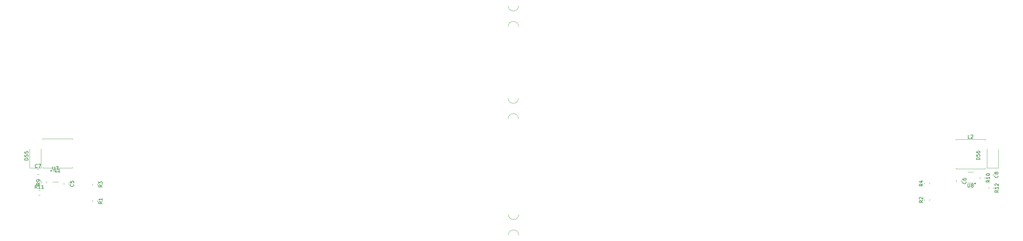
<source format=gbr>
%TF.GenerationSoftware,KiCad,Pcbnew,9.0.0*%
%TF.CreationDate,2026-01-24T15:45:23+11:00*%
%TF.ProjectId,Split Keyboard,53706c69-7420-44b6-9579-626f6172642e,rev?*%
%TF.SameCoordinates,Original*%
%TF.FileFunction,Legend,Top*%
%TF.FilePolarity,Positive*%
%FSLAX46Y46*%
G04 Gerber Fmt 4.6, Leading zero omitted, Abs format (unit mm)*
G04 Created by KiCad (PCBNEW 9.0.0) date 2026-01-24 15:45:23*
%MOMM*%
%LPD*%
G01*
G04 APERTURE LIST*
%ADD10C,0.150000*%
%ADD11C,0.120000*%
%ADD12C,0.100000*%
G04 APERTURE END LIST*
D10*
X305353333Y-68754819D02*
X304877143Y-68754819D01*
X304877143Y-68754819D02*
X304877143Y-67754819D01*
X305639048Y-67850057D02*
X305686667Y-67802438D01*
X305686667Y-67802438D02*
X305781905Y-67754819D01*
X305781905Y-67754819D02*
X306020000Y-67754819D01*
X306020000Y-67754819D02*
X306115238Y-67802438D01*
X306115238Y-67802438D02*
X306162857Y-67850057D01*
X306162857Y-67850057D02*
X306210476Y-67945295D01*
X306210476Y-67945295D02*
X306210476Y-68040533D01*
X306210476Y-68040533D02*
X306162857Y-68183390D01*
X306162857Y-68183390D02*
X305591429Y-68754819D01*
X305591429Y-68754819D02*
X306210476Y-68754819D01*
X313584819Y-83802857D02*
X313108628Y-84136190D01*
X313584819Y-84374285D02*
X312584819Y-84374285D01*
X312584819Y-84374285D02*
X312584819Y-83993333D01*
X312584819Y-83993333D02*
X312632438Y-83898095D01*
X312632438Y-83898095D02*
X312680057Y-83850476D01*
X312680057Y-83850476D02*
X312775295Y-83802857D01*
X312775295Y-83802857D02*
X312918152Y-83802857D01*
X312918152Y-83802857D02*
X313013390Y-83850476D01*
X313013390Y-83850476D02*
X313061009Y-83898095D01*
X313061009Y-83898095D02*
X313108628Y-83993333D01*
X313108628Y-83993333D02*
X313108628Y-84374285D01*
X313584819Y-82850476D02*
X313584819Y-83421904D01*
X313584819Y-83136190D02*
X312584819Y-83136190D01*
X312584819Y-83136190D02*
X312727676Y-83231428D01*
X312727676Y-83231428D02*
X312822914Y-83326666D01*
X312822914Y-83326666D02*
X312870533Y-83421904D01*
X312680057Y-82469523D02*
X312632438Y-82421904D01*
X312632438Y-82421904D02*
X312584819Y-82326666D01*
X312584819Y-82326666D02*
X312584819Y-82088571D01*
X312584819Y-82088571D02*
X312632438Y-81993333D01*
X312632438Y-81993333D02*
X312680057Y-81945714D01*
X312680057Y-81945714D02*
X312775295Y-81898095D01*
X312775295Y-81898095D02*
X312870533Y-81898095D01*
X312870533Y-81898095D02*
X313013390Y-81945714D01*
X313013390Y-81945714D02*
X313584819Y-82517142D01*
X313584819Y-82517142D02*
X313584819Y-81898095D01*
X46139580Y-82066666D02*
X46187200Y-82114285D01*
X46187200Y-82114285D02*
X46234819Y-82257142D01*
X46234819Y-82257142D02*
X46234819Y-82352380D01*
X46234819Y-82352380D02*
X46187200Y-82495237D01*
X46187200Y-82495237D02*
X46091961Y-82590475D01*
X46091961Y-82590475D02*
X45996723Y-82638094D01*
X45996723Y-82638094D02*
X45806247Y-82685713D01*
X45806247Y-82685713D02*
X45663390Y-82685713D01*
X45663390Y-82685713D02*
X45472914Y-82638094D01*
X45472914Y-82638094D02*
X45377676Y-82590475D01*
X45377676Y-82590475D02*
X45282438Y-82495237D01*
X45282438Y-82495237D02*
X45234819Y-82352380D01*
X45234819Y-82352380D02*
X45234819Y-82257142D01*
X45234819Y-82257142D02*
X45282438Y-82114285D01*
X45282438Y-82114285D02*
X45330057Y-82066666D01*
X45234819Y-81161904D02*
X45234819Y-81638094D01*
X45234819Y-81638094D02*
X45711009Y-81685713D01*
X45711009Y-81685713D02*
X45663390Y-81638094D01*
X45663390Y-81638094D02*
X45615771Y-81542856D01*
X45615771Y-81542856D02*
X45615771Y-81304761D01*
X45615771Y-81304761D02*
X45663390Y-81209523D01*
X45663390Y-81209523D02*
X45711009Y-81161904D01*
X45711009Y-81161904D02*
X45806247Y-81114285D01*
X45806247Y-81114285D02*
X46044342Y-81114285D01*
X46044342Y-81114285D02*
X46139580Y-81161904D01*
X46139580Y-81161904D02*
X46187200Y-81209523D01*
X46187200Y-81209523D02*
X46234819Y-81304761D01*
X46234819Y-81304761D02*
X46234819Y-81542856D01*
X46234819Y-81542856D02*
X46187200Y-81638094D01*
X46187200Y-81638094D02*
X46139580Y-81685713D01*
X54504819Y-87079166D02*
X54028628Y-87412499D01*
X54504819Y-87650594D02*
X53504819Y-87650594D01*
X53504819Y-87650594D02*
X53504819Y-87269642D01*
X53504819Y-87269642D02*
X53552438Y-87174404D01*
X53552438Y-87174404D02*
X53600057Y-87126785D01*
X53600057Y-87126785D02*
X53695295Y-87079166D01*
X53695295Y-87079166D02*
X53838152Y-87079166D01*
X53838152Y-87079166D02*
X53933390Y-87126785D01*
X53933390Y-87126785D02*
X53981009Y-87174404D01*
X53981009Y-87174404D02*
X54028628Y-87269642D01*
X54028628Y-87269642D02*
X54028628Y-87650594D01*
X54504819Y-86126785D02*
X54504819Y-86698213D01*
X54504819Y-86412499D02*
X53504819Y-86412499D01*
X53504819Y-86412499D02*
X53647676Y-86507737D01*
X53647676Y-86507737D02*
X53742914Y-86602975D01*
X53742914Y-86602975D02*
X53790533Y-86698213D01*
X313369580Y-79496666D02*
X313417200Y-79544285D01*
X313417200Y-79544285D02*
X313464819Y-79687142D01*
X313464819Y-79687142D02*
X313464819Y-79782380D01*
X313464819Y-79782380D02*
X313417200Y-79925237D01*
X313417200Y-79925237D02*
X313321961Y-80020475D01*
X313321961Y-80020475D02*
X313226723Y-80068094D01*
X313226723Y-80068094D02*
X313036247Y-80115713D01*
X313036247Y-80115713D02*
X312893390Y-80115713D01*
X312893390Y-80115713D02*
X312702914Y-80068094D01*
X312702914Y-80068094D02*
X312607676Y-80020475D01*
X312607676Y-80020475D02*
X312512438Y-79925237D01*
X312512438Y-79925237D02*
X312464819Y-79782380D01*
X312464819Y-79782380D02*
X312464819Y-79687142D01*
X312464819Y-79687142D02*
X312512438Y-79544285D01*
X312512438Y-79544285D02*
X312560057Y-79496666D01*
X312893390Y-78925237D02*
X312845771Y-79020475D01*
X312845771Y-79020475D02*
X312798152Y-79068094D01*
X312798152Y-79068094D02*
X312702914Y-79115713D01*
X312702914Y-79115713D02*
X312655295Y-79115713D01*
X312655295Y-79115713D02*
X312560057Y-79068094D01*
X312560057Y-79068094D02*
X312512438Y-79020475D01*
X312512438Y-79020475D02*
X312464819Y-78925237D01*
X312464819Y-78925237D02*
X312464819Y-78734761D01*
X312464819Y-78734761D02*
X312512438Y-78639523D01*
X312512438Y-78639523D02*
X312560057Y-78591904D01*
X312560057Y-78591904D02*
X312655295Y-78544285D01*
X312655295Y-78544285D02*
X312702914Y-78544285D01*
X312702914Y-78544285D02*
X312798152Y-78591904D01*
X312798152Y-78591904D02*
X312845771Y-78639523D01*
X312845771Y-78639523D02*
X312893390Y-78734761D01*
X312893390Y-78734761D02*
X312893390Y-78925237D01*
X312893390Y-78925237D02*
X312941009Y-79020475D01*
X312941009Y-79020475D02*
X312988628Y-79068094D01*
X312988628Y-79068094D02*
X313083866Y-79115713D01*
X313083866Y-79115713D02*
X313274342Y-79115713D01*
X313274342Y-79115713D02*
X313369580Y-79068094D01*
X313369580Y-79068094D02*
X313417200Y-79020475D01*
X313417200Y-79020475D02*
X313464819Y-78925237D01*
X313464819Y-78925237D02*
X313464819Y-78734761D01*
X313464819Y-78734761D02*
X313417200Y-78639523D01*
X313417200Y-78639523D02*
X313369580Y-78591904D01*
X313369580Y-78591904D02*
X313274342Y-78544285D01*
X313274342Y-78544285D02*
X313083866Y-78544285D01*
X313083866Y-78544285D02*
X312988628Y-78591904D01*
X312988628Y-78591904D02*
X312941009Y-78639523D01*
X312941009Y-78639523D02*
X312893390Y-78734761D01*
X41433333Y-78554819D02*
X40957143Y-78554819D01*
X40957143Y-78554819D02*
X40957143Y-77554819D01*
X42290476Y-78554819D02*
X41719048Y-78554819D01*
X42004762Y-78554819D02*
X42004762Y-77554819D01*
X42004762Y-77554819D02*
X41909524Y-77697676D01*
X41909524Y-77697676D02*
X41814286Y-77792914D01*
X41814286Y-77792914D02*
X41719048Y-77840533D01*
X54504819Y-82266666D02*
X54028628Y-82599999D01*
X54504819Y-82838094D02*
X53504819Y-82838094D01*
X53504819Y-82838094D02*
X53504819Y-82457142D01*
X53504819Y-82457142D02*
X53552438Y-82361904D01*
X53552438Y-82361904D02*
X53600057Y-82314285D01*
X53600057Y-82314285D02*
X53695295Y-82266666D01*
X53695295Y-82266666D02*
X53838152Y-82266666D01*
X53838152Y-82266666D02*
X53933390Y-82314285D01*
X53933390Y-82314285D02*
X53981009Y-82361904D01*
X53981009Y-82361904D02*
X54028628Y-82457142D01*
X54028628Y-82457142D02*
X54028628Y-82838094D01*
X53504819Y-81933332D02*
X53504819Y-81314285D01*
X53504819Y-81314285D02*
X53885771Y-81647618D01*
X53885771Y-81647618D02*
X53885771Y-81504761D01*
X53885771Y-81504761D02*
X53933390Y-81409523D01*
X53933390Y-81409523D02*
X53981009Y-81361904D01*
X53981009Y-81361904D02*
X54076247Y-81314285D01*
X54076247Y-81314285D02*
X54314342Y-81314285D01*
X54314342Y-81314285D02*
X54409580Y-81361904D01*
X54409580Y-81361904D02*
X54457200Y-81409523D01*
X54457200Y-81409523D02*
X54504819Y-81504761D01*
X54504819Y-81504761D02*
X54504819Y-81790475D01*
X54504819Y-81790475D02*
X54457200Y-81885713D01*
X54457200Y-81885713D02*
X54409580Y-81933332D01*
X33054819Y-75014285D02*
X32054819Y-75014285D01*
X32054819Y-75014285D02*
X32054819Y-74776190D01*
X32054819Y-74776190D02*
X32102438Y-74633333D01*
X32102438Y-74633333D02*
X32197676Y-74538095D01*
X32197676Y-74538095D02*
X32292914Y-74490476D01*
X32292914Y-74490476D02*
X32483390Y-74442857D01*
X32483390Y-74442857D02*
X32626247Y-74442857D01*
X32626247Y-74442857D02*
X32816723Y-74490476D01*
X32816723Y-74490476D02*
X32911961Y-74538095D01*
X32911961Y-74538095D02*
X33007200Y-74633333D01*
X33007200Y-74633333D02*
X33054819Y-74776190D01*
X33054819Y-74776190D02*
X33054819Y-75014285D01*
X32054819Y-73538095D02*
X32054819Y-74014285D01*
X32054819Y-74014285D02*
X32531009Y-74061904D01*
X32531009Y-74061904D02*
X32483390Y-74014285D01*
X32483390Y-74014285D02*
X32435771Y-73919047D01*
X32435771Y-73919047D02*
X32435771Y-73680952D01*
X32435771Y-73680952D02*
X32483390Y-73585714D01*
X32483390Y-73585714D02*
X32531009Y-73538095D01*
X32531009Y-73538095D02*
X32626247Y-73490476D01*
X32626247Y-73490476D02*
X32864342Y-73490476D01*
X32864342Y-73490476D02*
X32959580Y-73538095D01*
X32959580Y-73538095D02*
X33007200Y-73585714D01*
X33007200Y-73585714D02*
X33054819Y-73680952D01*
X33054819Y-73680952D02*
X33054819Y-73919047D01*
X33054819Y-73919047D02*
X33007200Y-74014285D01*
X33007200Y-74014285D02*
X32959580Y-74061904D01*
X32054819Y-72585714D02*
X32054819Y-73061904D01*
X32054819Y-73061904D02*
X32531009Y-73109523D01*
X32531009Y-73109523D02*
X32483390Y-73061904D01*
X32483390Y-73061904D02*
X32435771Y-72966666D01*
X32435771Y-72966666D02*
X32435771Y-72728571D01*
X32435771Y-72728571D02*
X32483390Y-72633333D01*
X32483390Y-72633333D02*
X32531009Y-72585714D01*
X32531009Y-72585714D02*
X32626247Y-72538095D01*
X32626247Y-72538095D02*
X32864342Y-72538095D01*
X32864342Y-72538095D02*
X32959580Y-72585714D01*
X32959580Y-72585714D02*
X33007200Y-72633333D01*
X33007200Y-72633333D02*
X33054819Y-72728571D01*
X33054819Y-72728571D02*
X33054819Y-72966666D01*
X33054819Y-72966666D02*
X33007200Y-73061904D01*
X33007200Y-73061904D02*
X32959580Y-73109523D01*
X308199819Y-74924285D02*
X307199819Y-74924285D01*
X307199819Y-74924285D02*
X307199819Y-74686190D01*
X307199819Y-74686190D02*
X307247438Y-74543333D01*
X307247438Y-74543333D02*
X307342676Y-74448095D01*
X307342676Y-74448095D02*
X307437914Y-74400476D01*
X307437914Y-74400476D02*
X307628390Y-74352857D01*
X307628390Y-74352857D02*
X307771247Y-74352857D01*
X307771247Y-74352857D02*
X307961723Y-74400476D01*
X307961723Y-74400476D02*
X308056961Y-74448095D01*
X308056961Y-74448095D02*
X308152200Y-74543333D01*
X308152200Y-74543333D02*
X308199819Y-74686190D01*
X308199819Y-74686190D02*
X308199819Y-74924285D01*
X307199819Y-73448095D02*
X307199819Y-73924285D01*
X307199819Y-73924285D02*
X307676009Y-73971904D01*
X307676009Y-73971904D02*
X307628390Y-73924285D01*
X307628390Y-73924285D02*
X307580771Y-73829047D01*
X307580771Y-73829047D02*
X307580771Y-73590952D01*
X307580771Y-73590952D02*
X307628390Y-73495714D01*
X307628390Y-73495714D02*
X307676009Y-73448095D01*
X307676009Y-73448095D02*
X307771247Y-73400476D01*
X307771247Y-73400476D02*
X308009342Y-73400476D01*
X308009342Y-73400476D02*
X308104580Y-73448095D01*
X308104580Y-73448095D02*
X308152200Y-73495714D01*
X308152200Y-73495714D02*
X308199819Y-73590952D01*
X308199819Y-73590952D02*
X308199819Y-73829047D01*
X308199819Y-73829047D02*
X308152200Y-73924285D01*
X308152200Y-73924285D02*
X308104580Y-73971904D01*
X307199819Y-72543333D02*
X307199819Y-72733809D01*
X307199819Y-72733809D02*
X307247438Y-72829047D01*
X307247438Y-72829047D02*
X307295057Y-72876666D01*
X307295057Y-72876666D02*
X307437914Y-72971904D01*
X307437914Y-72971904D02*
X307628390Y-73019523D01*
X307628390Y-73019523D02*
X308009342Y-73019523D01*
X308009342Y-73019523D02*
X308104580Y-72971904D01*
X308104580Y-72971904D02*
X308152200Y-72924285D01*
X308152200Y-72924285D02*
X308199819Y-72829047D01*
X308199819Y-72829047D02*
X308199819Y-72638571D01*
X308199819Y-72638571D02*
X308152200Y-72543333D01*
X308152200Y-72543333D02*
X308104580Y-72495714D01*
X308104580Y-72495714D02*
X308009342Y-72448095D01*
X308009342Y-72448095D02*
X307771247Y-72448095D01*
X307771247Y-72448095D02*
X307676009Y-72495714D01*
X307676009Y-72495714D02*
X307628390Y-72543333D01*
X307628390Y-72543333D02*
X307580771Y-72638571D01*
X307580771Y-72638571D02*
X307580771Y-72829047D01*
X307580771Y-72829047D02*
X307628390Y-72924285D01*
X307628390Y-72924285D02*
X307676009Y-72971904D01*
X307676009Y-72971904D02*
X307771247Y-73019523D01*
X36504819Y-81666666D02*
X36028628Y-81999999D01*
X36504819Y-82238094D02*
X35504819Y-82238094D01*
X35504819Y-82238094D02*
X35504819Y-81857142D01*
X35504819Y-81857142D02*
X35552438Y-81761904D01*
X35552438Y-81761904D02*
X35600057Y-81714285D01*
X35600057Y-81714285D02*
X35695295Y-81666666D01*
X35695295Y-81666666D02*
X35838152Y-81666666D01*
X35838152Y-81666666D02*
X35933390Y-81714285D01*
X35933390Y-81714285D02*
X35981009Y-81761904D01*
X35981009Y-81761904D02*
X36028628Y-81857142D01*
X36028628Y-81857142D02*
X36028628Y-82238094D01*
X36504819Y-81190475D02*
X36504819Y-80999999D01*
X36504819Y-80999999D02*
X36457200Y-80904761D01*
X36457200Y-80904761D02*
X36409580Y-80857142D01*
X36409580Y-80857142D02*
X36266723Y-80761904D01*
X36266723Y-80761904D02*
X36076247Y-80714285D01*
X36076247Y-80714285D02*
X35695295Y-80714285D01*
X35695295Y-80714285D02*
X35600057Y-80761904D01*
X35600057Y-80761904D02*
X35552438Y-80809523D01*
X35552438Y-80809523D02*
X35504819Y-80904761D01*
X35504819Y-80904761D02*
X35504819Y-81095237D01*
X35504819Y-81095237D02*
X35552438Y-81190475D01*
X35552438Y-81190475D02*
X35600057Y-81238094D01*
X35600057Y-81238094D02*
X35695295Y-81285713D01*
X35695295Y-81285713D02*
X35933390Y-81285713D01*
X35933390Y-81285713D02*
X36028628Y-81238094D01*
X36028628Y-81238094D02*
X36076247Y-81190475D01*
X36076247Y-81190475D02*
X36123866Y-81095237D01*
X36123866Y-81095237D02*
X36123866Y-80904761D01*
X36123866Y-80904761D02*
X36076247Y-80809523D01*
X36076247Y-80809523D02*
X36028628Y-80761904D01*
X36028628Y-80761904D02*
X35933390Y-80714285D01*
X35733333Y-77179580D02*
X35685714Y-77227200D01*
X35685714Y-77227200D02*
X35542857Y-77274819D01*
X35542857Y-77274819D02*
X35447619Y-77274819D01*
X35447619Y-77274819D02*
X35304762Y-77227200D01*
X35304762Y-77227200D02*
X35209524Y-77131961D01*
X35209524Y-77131961D02*
X35161905Y-77036723D01*
X35161905Y-77036723D02*
X35114286Y-76846247D01*
X35114286Y-76846247D02*
X35114286Y-76703390D01*
X35114286Y-76703390D02*
X35161905Y-76512914D01*
X35161905Y-76512914D02*
X35209524Y-76417676D01*
X35209524Y-76417676D02*
X35304762Y-76322438D01*
X35304762Y-76322438D02*
X35447619Y-76274819D01*
X35447619Y-76274819D02*
X35542857Y-76274819D01*
X35542857Y-76274819D02*
X35685714Y-76322438D01*
X35685714Y-76322438D02*
X35733333Y-76370057D01*
X36066667Y-76274819D02*
X36733333Y-76274819D01*
X36733333Y-76274819D02*
X36304762Y-77274819D01*
X291699819Y-81966666D02*
X291223628Y-82299999D01*
X291699819Y-82538094D02*
X290699819Y-82538094D01*
X290699819Y-82538094D02*
X290699819Y-82157142D01*
X290699819Y-82157142D02*
X290747438Y-82061904D01*
X290747438Y-82061904D02*
X290795057Y-82014285D01*
X290795057Y-82014285D02*
X290890295Y-81966666D01*
X290890295Y-81966666D02*
X291033152Y-81966666D01*
X291033152Y-81966666D02*
X291128390Y-82014285D01*
X291128390Y-82014285D02*
X291176009Y-82061904D01*
X291176009Y-82061904D02*
X291223628Y-82157142D01*
X291223628Y-82157142D02*
X291223628Y-82538094D01*
X291033152Y-81109523D02*
X291699819Y-81109523D01*
X290652200Y-81347618D02*
X291366485Y-81585713D01*
X291366485Y-81585713D02*
X291366485Y-80966666D01*
X35657142Y-83304819D02*
X35323809Y-82828628D01*
X35085714Y-83304819D02*
X35085714Y-82304819D01*
X35085714Y-82304819D02*
X35466666Y-82304819D01*
X35466666Y-82304819D02*
X35561904Y-82352438D01*
X35561904Y-82352438D02*
X35609523Y-82400057D01*
X35609523Y-82400057D02*
X35657142Y-82495295D01*
X35657142Y-82495295D02*
X35657142Y-82638152D01*
X35657142Y-82638152D02*
X35609523Y-82733390D01*
X35609523Y-82733390D02*
X35561904Y-82781009D01*
X35561904Y-82781009D02*
X35466666Y-82828628D01*
X35466666Y-82828628D02*
X35085714Y-82828628D01*
X36609523Y-83304819D02*
X36038095Y-83304819D01*
X36323809Y-83304819D02*
X36323809Y-82304819D01*
X36323809Y-82304819D02*
X36228571Y-82447676D01*
X36228571Y-82447676D02*
X36133333Y-82542914D01*
X36133333Y-82542914D02*
X36038095Y-82590533D01*
X37561904Y-83304819D02*
X36990476Y-83304819D01*
X37276190Y-83304819D02*
X37276190Y-82304819D01*
X37276190Y-82304819D02*
X37180952Y-82447676D01*
X37180952Y-82447676D02*
X37085714Y-82542914D01*
X37085714Y-82542914D02*
X36990476Y-82590533D01*
X40200595Y-76904819D02*
X40200595Y-77714342D01*
X40200595Y-77714342D02*
X40248214Y-77809580D01*
X40248214Y-77809580D02*
X40295833Y-77857200D01*
X40295833Y-77857200D02*
X40391071Y-77904819D01*
X40391071Y-77904819D02*
X40581547Y-77904819D01*
X40581547Y-77904819D02*
X40676785Y-77857200D01*
X40676785Y-77857200D02*
X40724404Y-77809580D01*
X40724404Y-77809580D02*
X40772023Y-77714342D01*
X40772023Y-77714342D02*
X40772023Y-76904819D01*
X41152976Y-76904819D02*
X41819642Y-76904819D01*
X41819642Y-76904819D02*
X41391071Y-77904819D01*
X304129580Y-81266666D02*
X304177200Y-81314285D01*
X304177200Y-81314285D02*
X304224819Y-81457142D01*
X304224819Y-81457142D02*
X304224819Y-81552380D01*
X304224819Y-81552380D02*
X304177200Y-81695237D01*
X304177200Y-81695237D02*
X304081961Y-81790475D01*
X304081961Y-81790475D02*
X303986723Y-81838094D01*
X303986723Y-81838094D02*
X303796247Y-81885713D01*
X303796247Y-81885713D02*
X303653390Y-81885713D01*
X303653390Y-81885713D02*
X303462914Y-81838094D01*
X303462914Y-81838094D02*
X303367676Y-81790475D01*
X303367676Y-81790475D02*
X303272438Y-81695237D01*
X303272438Y-81695237D02*
X303224819Y-81552380D01*
X303224819Y-81552380D02*
X303224819Y-81457142D01*
X303224819Y-81457142D02*
X303272438Y-81314285D01*
X303272438Y-81314285D02*
X303320057Y-81266666D01*
X303224819Y-80409523D02*
X303224819Y-80599999D01*
X303224819Y-80599999D02*
X303272438Y-80695237D01*
X303272438Y-80695237D02*
X303320057Y-80742856D01*
X303320057Y-80742856D02*
X303462914Y-80838094D01*
X303462914Y-80838094D02*
X303653390Y-80885713D01*
X303653390Y-80885713D02*
X304034342Y-80885713D01*
X304034342Y-80885713D02*
X304129580Y-80838094D01*
X304129580Y-80838094D02*
X304177200Y-80790475D01*
X304177200Y-80790475D02*
X304224819Y-80695237D01*
X304224819Y-80695237D02*
X304224819Y-80504761D01*
X304224819Y-80504761D02*
X304177200Y-80409523D01*
X304177200Y-80409523D02*
X304129580Y-80361904D01*
X304129580Y-80361904D02*
X304034342Y-80314285D01*
X304034342Y-80314285D02*
X303796247Y-80314285D01*
X303796247Y-80314285D02*
X303701009Y-80361904D01*
X303701009Y-80361904D02*
X303653390Y-80409523D01*
X303653390Y-80409523D02*
X303605771Y-80504761D01*
X303605771Y-80504761D02*
X303605771Y-80695237D01*
X303605771Y-80695237D02*
X303653390Y-80790475D01*
X303653390Y-80790475D02*
X303701009Y-80838094D01*
X303701009Y-80838094D02*
X303796247Y-80885713D01*
X291699819Y-86766666D02*
X291223628Y-87099999D01*
X291699819Y-87338094D02*
X290699819Y-87338094D01*
X290699819Y-87338094D02*
X290699819Y-86957142D01*
X290699819Y-86957142D02*
X290747438Y-86861904D01*
X290747438Y-86861904D02*
X290795057Y-86814285D01*
X290795057Y-86814285D02*
X290890295Y-86766666D01*
X290890295Y-86766666D02*
X291033152Y-86766666D01*
X291033152Y-86766666D02*
X291128390Y-86814285D01*
X291128390Y-86814285D02*
X291176009Y-86861904D01*
X291176009Y-86861904D02*
X291223628Y-86957142D01*
X291223628Y-86957142D02*
X291223628Y-87338094D01*
X290795057Y-86385713D02*
X290747438Y-86338094D01*
X290747438Y-86338094D02*
X290699819Y-86242856D01*
X290699819Y-86242856D02*
X290699819Y-86004761D01*
X290699819Y-86004761D02*
X290747438Y-85909523D01*
X290747438Y-85909523D02*
X290795057Y-85861904D01*
X290795057Y-85861904D02*
X290890295Y-85814285D01*
X290890295Y-85814285D02*
X290985533Y-85814285D01*
X290985533Y-85814285D02*
X291128390Y-85861904D01*
X291128390Y-85861904D02*
X291699819Y-86433332D01*
X291699819Y-86433332D02*
X291699819Y-85814285D01*
X304728095Y-81914819D02*
X304728095Y-82724342D01*
X304728095Y-82724342D02*
X304775714Y-82819580D01*
X304775714Y-82819580D02*
X304823333Y-82867200D01*
X304823333Y-82867200D02*
X304918571Y-82914819D01*
X304918571Y-82914819D02*
X305109047Y-82914819D01*
X305109047Y-82914819D02*
X305204285Y-82867200D01*
X305204285Y-82867200D02*
X305251904Y-82819580D01*
X305251904Y-82819580D02*
X305299523Y-82724342D01*
X305299523Y-82724342D02*
X305299523Y-81914819D01*
X305918571Y-82343390D02*
X305823333Y-82295771D01*
X305823333Y-82295771D02*
X305775714Y-82248152D01*
X305775714Y-82248152D02*
X305728095Y-82152914D01*
X305728095Y-82152914D02*
X305728095Y-82105295D01*
X305728095Y-82105295D02*
X305775714Y-82010057D01*
X305775714Y-82010057D02*
X305823333Y-81962438D01*
X305823333Y-81962438D02*
X305918571Y-81914819D01*
X305918571Y-81914819D02*
X306109047Y-81914819D01*
X306109047Y-81914819D02*
X306204285Y-81962438D01*
X306204285Y-81962438D02*
X306251904Y-82010057D01*
X306251904Y-82010057D02*
X306299523Y-82105295D01*
X306299523Y-82105295D02*
X306299523Y-82152914D01*
X306299523Y-82152914D02*
X306251904Y-82248152D01*
X306251904Y-82248152D02*
X306204285Y-82295771D01*
X306204285Y-82295771D02*
X306109047Y-82343390D01*
X306109047Y-82343390D02*
X305918571Y-82343390D01*
X305918571Y-82343390D02*
X305823333Y-82391009D01*
X305823333Y-82391009D02*
X305775714Y-82438628D01*
X305775714Y-82438628D02*
X305728095Y-82533866D01*
X305728095Y-82533866D02*
X305728095Y-82724342D01*
X305728095Y-82724342D02*
X305775714Y-82819580D01*
X305775714Y-82819580D02*
X305823333Y-82867200D01*
X305823333Y-82867200D02*
X305918571Y-82914819D01*
X305918571Y-82914819D02*
X306109047Y-82914819D01*
X306109047Y-82914819D02*
X306204285Y-82867200D01*
X306204285Y-82867200D02*
X306251904Y-82819580D01*
X306251904Y-82819580D02*
X306299523Y-82724342D01*
X306299523Y-82724342D02*
X306299523Y-82533866D01*
X306299523Y-82533866D02*
X306251904Y-82438628D01*
X306251904Y-82438628D02*
X306204285Y-82391009D01*
X306204285Y-82391009D02*
X306109047Y-82343390D01*
X311044819Y-80852857D02*
X310568628Y-81186190D01*
X311044819Y-81424285D02*
X310044819Y-81424285D01*
X310044819Y-81424285D02*
X310044819Y-81043333D01*
X310044819Y-81043333D02*
X310092438Y-80948095D01*
X310092438Y-80948095D02*
X310140057Y-80900476D01*
X310140057Y-80900476D02*
X310235295Y-80852857D01*
X310235295Y-80852857D02*
X310378152Y-80852857D01*
X310378152Y-80852857D02*
X310473390Y-80900476D01*
X310473390Y-80900476D02*
X310521009Y-80948095D01*
X310521009Y-80948095D02*
X310568628Y-81043333D01*
X310568628Y-81043333D02*
X310568628Y-81424285D01*
X311044819Y-79900476D02*
X311044819Y-80471904D01*
X311044819Y-80186190D02*
X310044819Y-80186190D01*
X310044819Y-80186190D02*
X310187676Y-80281428D01*
X310187676Y-80281428D02*
X310282914Y-80376666D01*
X310282914Y-80376666D02*
X310330533Y-80471904D01*
X310044819Y-79281428D02*
X310044819Y-79186190D01*
X310044819Y-79186190D02*
X310092438Y-79090952D01*
X310092438Y-79090952D02*
X310140057Y-79043333D01*
X310140057Y-79043333D02*
X310235295Y-78995714D01*
X310235295Y-78995714D02*
X310425771Y-78948095D01*
X310425771Y-78948095D02*
X310663866Y-78948095D01*
X310663866Y-78948095D02*
X310854342Y-78995714D01*
X310854342Y-78995714D02*
X310949580Y-79043333D01*
X310949580Y-79043333D02*
X310997200Y-79090952D01*
X310997200Y-79090952D02*
X311044819Y-79186190D01*
X311044819Y-79186190D02*
X311044819Y-79281428D01*
X311044819Y-79281428D02*
X310997200Y-79376666D01*
X310997200Y-79376666D02*
X310949580Y-79424285D01*
X310949580Y-79424285D02*
X310854342Y-79471904D01*
X310854342Y-79471904D02*
X310663866Y-79519523D01*
X310663866Y-79519523D02*
X310425771Y-79519523D01*
X310425771Y-79519523D02*
X310235295Y-79471904D01*
X310235295Y-79471904D02*
X310140057Y-79424285D01*
X310140057Y-79424285D02*
X310092438Y-79376666D01*
X310092438Y-79376666D02*
X310044819Y-79281428D01*
D11*
%TO.C,L2*%
X309780000Y-77560000D02*
X309780000Y-77310000D01*
X309780000Y-69040000D02*
X309780000Y-69290000D01*
X301260000Y-77560000D02*
X309780000Y-77560000D01*
X301260000Y-77560000D02*
X301260000Y-77310000D01*
X301260000Y-69040000D02*
X309780000Y-69040000D01*
X301260000Y-69040000D02*
X301260000Y-69290000D01*
%TO.C,R12*%
X312215000Y-82932936D02*
X312215000Y-83387064D01*
X310745000Y-82932936D02*
X310745000Y-83387064D01*
%TO.C,C5*%
X43365000Y-81638748D02*
X43365000Y-82161252D01*
X44835000Y-81638748D02*
X44835000Y-82161252D01*
%TO.C,R1*%
X51665000Y-86685436D02*
X51665000Y-87139564D01*
X53135000Y-86685436D02*
X53135000Y-87139564D01*
%TO.C,C8*%
X310595000Y-79068748D02*
X310595000Y-79591252D01*
X312065000Y-79068748D02*
X312065000Y-79591252D01*
%TO.C,L1*%
X37340000Y-68840000D02*
X37340000Y-69090000D01*
X37340000Y-77360000D02*
X37340000Y-77110000D01*
X45860000Y-68840000D02*
X37340000Y-68840000D01*
X45860000Y-68840000D02*
X45860000Y-69090000D01*
X45860000Y-77360000D02*
X37340000Y-77360000D01*
X45860000Y-77360000D02*
X45860000Y-77110000D01*
D12*
%TO.C,H1*%
X171820000Y-63098000D02*
G75*
G02*
X174820000Y-63098000I1500000J0D01*
G01*
X174820000Y-57098000D02*
G75*
G02*
X171820000Y-57098000I-1500000J0D01*
G01*
D11*
%TO.C,R3*%
X51665000Y-81872936D02*
X51665000Y-82327064D01*
X53135000Y-81872936D02*
X53135000Y-82327064D01*
%TO.C,D55*%
X33450000Y-77310000D02*
X33450000Y-71800000D01*
X33450000Y-77310000D02*
X36750000Y-77310000D01*
X36750000Y-77310000D02*
X36750000Y-71800000D01*
%TO.C,D56*%
X310270000Y-77370000D02*
X310270000Y-71860000D01*
X310270000Y-77370000D02*
X313570000Y-77370000D01*
X313570000Y-77370000D02*
X313570000Y-71860000D01*
%TO.C,R9*%
X36965000Y-81727064D02*
X36965000Y-81272936D01*
X38435000Y-81727064D02*
X38435000Y-81272936D01*
%TO.C,C7*%
X35638748Y-77765000D02*
X36161252Y-77765000D01*
X35638748Y-79235000D02*
X36161252Y-79235000D01*
%TO.C,R4*%
X292160000Y-82027064D02*
X292160000Y-81572936D01*
X293630000Y-82027064D02*
X293630000Y-81572936D01*
%TO.C,R11*%
X36072936Y-83765000D02*
X36527064Y-83765000D01*
X36072936Y-85235000D02*
X36527064Y-85235000D01*
D12*
%TO.C,H2*%
X171910000Y-96790000D02*
G75*
G02*
X174910000Y-96790000I1500000J0D01*
G01*
X174910000Y-90790000D02*
G75*
G02*
X171910000Y-90790000I-1500000J0D01*
G01*
D11*
%TO.C,U7*%
X40962500Y-78290000D02*
X40162500Y-78290000D01*
X40962500Y-78290000D02*
X41762500Y-78290000D01*
X40962500Y-81410000D02*
X40162500Y-81410000D01*
X40962500Y-81410000D02*
X41762500Y-81410000D01*
X39662500Y-78340000D02*
X39422500Y-78010000D01*
X39902500Y-78010000D01*
X39662500Y-78340000D01*
G36*
X39662500Y-78340000D02*
G01*
X39422500Y-78010000D01*
X39902500Y-78010000D01*
X39662500Y-78340000D01*
G37*
D12*
%TO.C,H15*%
X171840000Y-36344000D02*
G75*
G02*
X174840000Y-36344000I1500000J0D01*
G01*
X174840000Y-30344000D02*
G75*
G02*
X171840000Y-30344000I-1500000J0D01*
G01*
D11*
%TO.C,C6*%
X301355000Y-80838748D02*
X301355000Y-81361252D01*
X302825000Y-80838748D02*
X302825000Y-81361252D01*
%TO.C,R2*%
X292160000Y-86827064D02*
X292160000Y-86372936D01*
X293630000Y-86827064D02*
X293630000Y-86372936D01*
%TO.C,U8*%
X305490000Y-81620000D02*
X306290000Y-81620000D01*
X305490000Y-81620000D02*
X304690000Y-81620000D01*
X305490000Y-78500000D02*
X306290000Y-78500000D01*
X305490000Y-78500000D02*
X304690000Y-78500000D01*
X307030000Y-81900000D02*
X306550000Y-81900000D01*
X306790000Y-81570000D01*
X307030000Y-81900000D01*
G36*
X307030000Y-81900000D02*
G01*
X306550000Y-81900000D01*
X306790000Y-81570000D01*
X307030000Y-81900000D01*
G37*
%TO.C,R10*%
X309675000Y-79982936D02*
X309675000Y-80437064D01*
X308205000Y-79982936D02*
X308205000Y-80437064D01*
%TD*%
M02*

</source>
